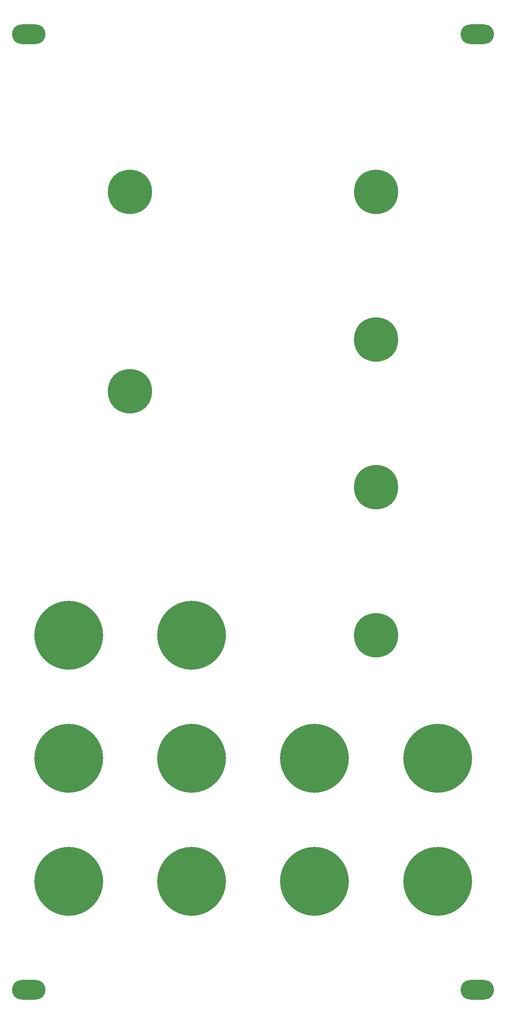
<source format=gbr>
%TF.GenerationSoftware,KiCad,Pcbnew,5.1.8-db9833491~88~ubuntu20.04.1*%
%TF.CreationDate,2020-12-01T11:04:47-05:00*%
%TF.ProjectId,mfos_vco_panel,6d666f73-5f76-4636-9f5f-70616e656c2e,rev?*%
%TF.SameCoordinates,Original*%
%TF.FileFunction,Soldermask,Top*%
%TF.FilePolarity,Negative*%
%FSLAX46Y46*%
G04 Gerber Fmt 4.6, Leading zero omitted, Abs format (unit mm)*
G04 Created by KiCad (PCBNEW 5.1.8-db9833491~88~ubuntu20.04.1) date 2020-12-01 11:04:47*
%MOMM*%
%LPD*%
G01*
G04 APERTURE LIST*
%ADD10C,14.000000*%
%ADD11C,9.000000*%
%ADD12O,6.800000X4.000000*%
G04 APERTURE END LIST*
D10*
%TO.C,H21*%
X92500000Y-110000000D03*
%TD*%
D11*
%TO.C,H20*%
X155000000Y-50000000D03*
%TD*%
D10*
%TO.C,H19*%
X167500000Y-160000000D03*
%TD*%
D11*
%TO.C,H18*%
X155000000Y-80000000D03*
%TD*%
D12*
%TO.C,H17*%
X84400000Y12000000D03*
%TD*%
D10*
%TO.C,H16*%
X117500000Y-160000000D03*
%TD*%
%TO.C,H15*%
X167500000Y-135000000D03*
%TD*%
D11*
%TO.C,H14*%
X105000000Y-60500000D03*
%TD*%
D12*
%TO.C,H13*%
X175600000Y-182000000D03*
%TD*%
D10*
%TO.C,H12*%
X92500000Y-160000000D03*
%TD*%
%TO.C,H11*%
X142500000Y-160000000D03*
%TD*%
D11*
%TO.C,H10*%
X155000000Y-20000000D03*
%TD*%
D12*
%TO.C,H9*%
X84400000Y-182000000D03*
%TD*%
D10*
%TO.C,H8*%
X142500000Y-135000000D03*
%TD*%
%TO.C,H7*%
X92500000Y-135000000D03*
%TD*%
D11*
%TO.C,H6*%
X155000000Y-110000000D03*
%TD*%
D12*
%TO.C,H5*%
X175600000Y12000000D03*
%TD*%
D10*
%TO.C,H4*%
X117500000Y-135000000D03*
%TD*%
%TO.C,H3*%
X117500000Y-110000000D03*
%TD*%
D11*
%TO.C,H1*%
X105000000Y-20000000D03*
%TD*%
M02*

</source>
